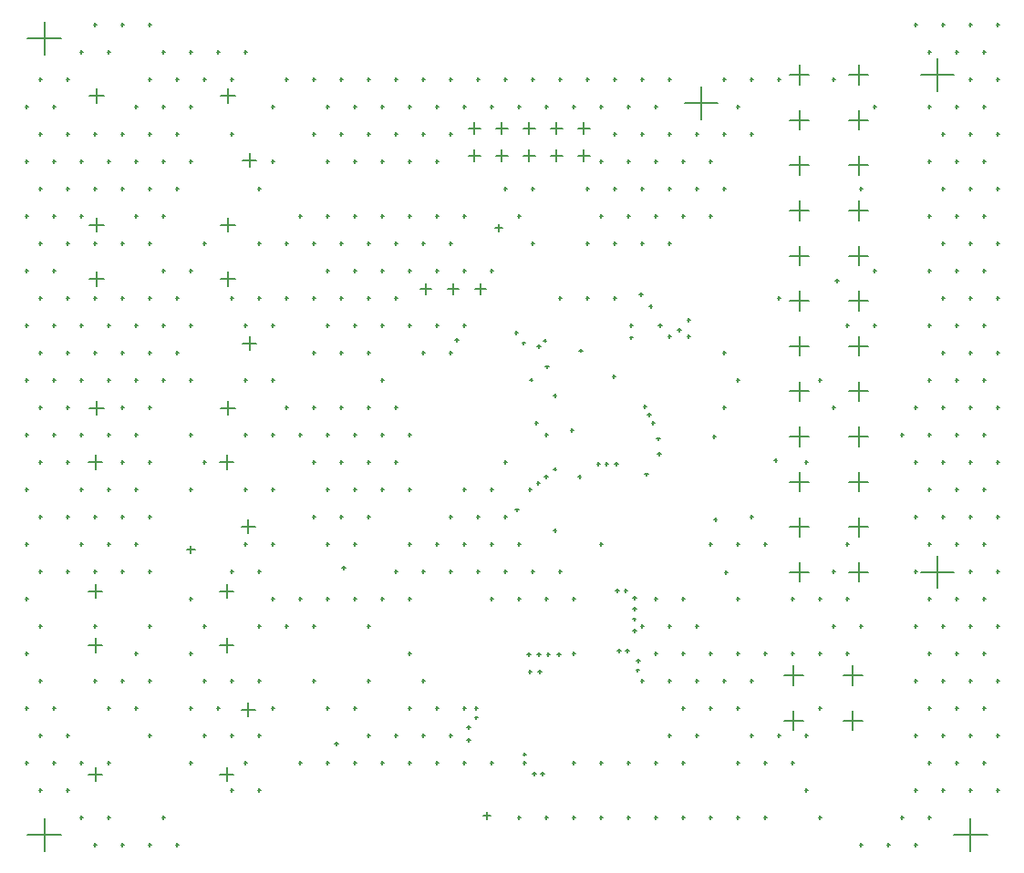
<source format=gbr>
%TF.GenerationSoftware,Altium Limited,Altium Designer,25.3.3 (18)*%
G04 Layer_Color=128*
%FSLAX45Y45*%
%MOMM*%
%TF.SameCoordinates,ACD2DE35-000D-4175-8758-006393140AE5*%
%TF.FilePolarity,Positive*%
%TF.FileFunction,Drillmap*%
%TF.Part,Single*%
G01*
G75*
%TA.AperFunction,NonConductor*%
%ADD88C,0.12700*%
D88*
X13753500Y9960000D02*
X13862500D01*
X13808000Y9905500D02*
Y10014500D01*
X13499500Y9960000D02*
X13608501D01*
X13553999Y9905500D02*
Y10014500D01*
X13245500Y9960000D02*
X13354500D01*
X13300000Y9905500D02*
Y10014500D01*
X12991499Y9960000D02*
X13100500D01*
X13046001Y9905500D02*
Y10014500D01*
X12737500Y9960000D02*
X12846500D01*
X12792000Y9905500D02*
Y10014500D01*
X13753500Y10214000D02*
X13862500D01*
X13808000Y10159500D02*
Y10268500D01*
X13499500Y10214000D02*
X13608501D01*
X13553999Y10159500D02*
Y10268500D01*
X13245500Y10214000D02*
X13354500D01*
X13300000Y10159500D02*
Y10268500D01*
X12991499Y10214000D02*
X13100500D01*
X13046001Y10159500D02*
Y10268500D01*
X12737500Y10214000D02*
X12846500D01*
X12792000Y10159500D02*
Y10268500D01*
X10628299Y6515100D02*
X10758298D01*
X10693298Y6450100D02*
Y6580100D01*
X10428299Y7115099D02*
X10558299D01*
X10493299Y7050099D02*
Y7180099D01*
X10428299Y5915101D02*
X10558299D01*
X10493299Y5850101D02*
Y5980101D01*
X9208301Y5915101D02*
X9338301D01*
X9273301Y5850101D02*
Y5980101D01*
X9208301Y7115099D02*
X9338301D01*
X9273301Y7050099D02*
Y7180099D01*
X16271503Y6091499D02*
X16451501D01*
X16361501Y6001499D02*
Y6181499D01*
X15721500Y6091499D02*
X15901500D01*
X15811501Y6001499D02*
Y6181499D01*
X15721500Y6511498D02*
X15901500D01*
X15811501Y6421498D02*
Y6601498D01*
X15721500Y6931503D02*
X15901500D01*
X15811501Y6841503D02*
Y7021502D01*
X15721500Y7351502D02*
X15901500D01*
X15811501Y7261502D02*
Y7441501D01*
X15721500Y7771501D02*
X15901500D01*
X15811501Y7681501D02*
Y7861501D01*
X15721500Y8191500D02*
X15901500D01*
X15811501Y8101500D02*
Y8281500D01*
X15721500Y8611499D02*
X15901500D01*
X15811501Y8521499D02*
Y8701499D01*
X15721500Y9031498D02*
X15901500D01*
X15811501Y8941499D02*
Y9121498D01*
X15721500Y9451503D02*
X15901500D01*
X15811501Y9361503D02*
Y9541502D01*
X15721500Y9871502D02*
X15901500D01*
X15811501Y9781502D02*
Y9961502D01*
X15721500Y10291501D02*
X15901500D01*
X15811501Y10201501D02*
Y10381501D01*
X15721500Y10711500D02*
X15901500D01*
X15811501Y10621500D02*
Y10801500D01*
X16271503Y6511498D02*
X16451501D01*
X16361501Y6421498D02*
Y6601498D01*
X16271503Y7351502D02*
X16451501D01*
X16361501Y7261502D02*
Y7441501D01*
X16271503Y9031498D02*
X16451501D01*
X16361501Y8941499D02*
Y9121498D01*
X16271503Y10711500D02*
X16451501D01*
X16361501Y10621500D02*
Y10801500D01*
X16941502Y10711500D02*
X17241502D01*
X17091502Y10561500D02*
Y10861500D01*
X16271503Y10291501D02*
X16451501D01*
X16361501Y10201501D02*
Y10381501D01*
X16941502Y6091499D02*
X17241502D01*
X17091502Y5941499D02*
Y6241499D01*
X16271503Y9871502D02*
X16451501D01*
X16361501Y9781502D02*
Y9961502D01*
X16271503Y9451503D02*
X16451501D01*
X16361501Y9361503D02*
Y9541502D01*
X16271503Y8611499D02*
X16451501D01*
X16361501Y8521499D02*
Y8701499D01*
X16271503Y8191500D02*
X16451501D01*
X16361501Y8101500D02*
Y8281500D01*
X16271503Y7771501D02*
X16451501D01*
X16361501Y7681501D02*
Y7861501D01*
X16271503Y6931503D02*
X16451501D01*
X16361501Y6841503D02*
Y7021502D01*
X10440999Y10518699D02*
X10570999D01*
X10505999Y10453699D02*
Y10583699D01*
X10440999Y9318701D02*
X10570999D01*
X10505999Y9253701D02*
Y9383701D01*
X9221001Y9318701D02*
X9351001D01*
X9286001Y9253701D02*
Y9383701D01*
X10640999Y9918700D02*
X10770998D01*
X10705998Y9853700D02*
Y9983700D01*
X9221001Y10518699D02*
X9351001D01*
X9286001Y10453699D02*
Y10583699D01*
X9208301Y5413299D02*
X9338301D01*
X9273301Y5348299D02*
Y5478299D01*
X9208301Y4213301D02*
X9338301D01*
X9273301Y4148301D02*
Y4278301D01*
X10428299Y4213301D02*
X10558299D01*
X10493299Y4148301D02*
Y4278301D01*
X10428299Y5413299D02*
X10558299D01*
X10493299Y5348299D02*
Y5478299D01*
X10628299Y4813300D02*
X10758298D01*
X10693298Y4748300D02*
Y4878300D01*
X9221001Y8816899D02*
X9351001D01*
X9286001Y8751899D02*
Y8881899D01*
X9221001Y7616901D02*
X9351001D01*
X9286001Y7551901D02*
Y7681901D01*
X10440999Y7616901D02*
X10570999D01*
X10505999Y7551901D02*
Y7681901D01*
X10440999Y8816899D02*
X10570999D01*
X10505999Y8751899D02*
Y8881899D01*
X10640999Y8216900D02*
X10770998D01*
X10705998Y8151900D02*
Y8281900D01*
X12293400Y8724900D02*
X12395400D01*
X12344400Y8673900D02*
Y8775900D01*
X12547400Y8724900D02*
X12649400D01*
X12598400Y8673900D02*
Y8775900D01*
X12801401Y8724900D02*
X12903400D01*
X12852400Y8673900D02*
Y8775900D01*
X16216800Y5131699D02*
X16396800D01*
X16306799Y5041699D02*
Y5221699D01*
X15666798Y5131699D02*
X15846799D01*
X15756799Y5041699D02*
Y5221699D01*
X16216800Y4711700D02*
X16396800D01*
X16306799Y4621700D02*
Y4801700D01*
X15666798Y4711700D02*
X15846799D01*
X15756799Y4621700D02*
Y4801700D01*
X12874440Y3830000D02*
X12945560D01*
X12910001Y3794440D02*
Y3865560D01*
X12724760Y4650000D02*
X12755240D01*
X12740000Y4634760D02*
Y4665240D01*
X12724760Y4530000D02*
X12755240D01*
X12740000Y4514760D02*
Y4545240D01*
X17637759Y11176000D02*
X17668240D01*
X17653000Y11160760D02*
Y11191240D01*
X17510760Y10922000D02*
X17541240D01*
X17525999Y10906760D02*
Y10937240D01*
X17637759Y10668000D02*
X17668240D01*
X17653000Y10652760D02*
Y10683240D01*
X17510760Y10414000D02*
X17541240D01*
X17525999Y10398760D02*
Y10429240D01*
X17637759Y10160000D02*
X17668240D01*
X17653000Y10144760D02*
Y10175240D01*
X17510760Y9906000D02*
X17541240D01*
X17525999Y9890760D02*
Y9921240D01*
X17637759Y9652000D02*
X17668240D01*
X17653000Y9636760D02*
Y9667240D01*
X17510760Y9398000D02*
X17541240D01*
X17525999Y9382760D02*
Y9413240D01*
X17637759Y9144000D02*
X17668240D01*
X17653000Y9128760D02*
Y9159240D01*
X17510760Y8890000D02*
X17541240D01*
X17525999Y8874760D02*
Y8905240D01*
X17637759Y8636000D02*
X17668240D01*
X17653000Y8620760D02*
Y8651240D01*
X17510760Y8382000D02*
X17541240D01*
X17525999Y8366760D02*
Y8397240D01*
X17637759Y8128000D02*
X17668240D01*
X17653000Y8112760D02*
Y8143240D01*
X17510760Y7874000D02*
X17541240D01*
X17525999Y7858760D02*
Y7889240D01*
X17637759Y7620000D02*
X17668240D01*
X17653000Y7604760D02*
Y7635240D01*
X17510760Y7366000D02*
X17541240D01*
X17525999Y7350760D02*
Y7381240D01*
X17637759Y7112000D02*
X17668240D01*
X17653000Y7096760D02*
Y7127240D01*
X17510760Y6858000D02*
X17541240D01*
X17525999Y6842760D02*
Y6873240D01*
X17637759Y6604000D02*
X17668240D01*
X17653000Y6588760D02*
Y6619240D01*
X17510760Y6350000D02*
X17541240D01*
X17525999Y6334760D02*
Y6365240D01*
X17637759Y6096000D02*
X17668240D01*
X17653000Y6080760D02*
Y6111240D01*
X17510760Y5842000D02*
X17541240D01*
X17525999Y5826760D02*
Y5857240D01*
X17637759Y5588000D02*
X17668240D01*
X17653000Y5572760D02*
Y5603240D01*
X17510760Y5334000D02*
X17541240D01*
X17525999Y5318760D02*
Y5349240D01*
X17637759Y5080000D02*
X17668240D01*
X17653000Y5064760D02*
Y5095240D01*
X17510760Y4826000D02*
X17541240D01*
X17525999Y4810760D02*
Y4841240D01*
X17637759Y4572000D02*
X17668240D01*
X17653000Y4556760D02*
Y4587240D01*
X17510760Y4318000D02*
X17541240D01*
X17525999Y4302760D02*
Y4333240D01*
X17637759Y4064000D02*
X17668240D01*
X17653000Y4048760D02*
Y4079240D01*
X17383760Y11176000D02*
X17414240D01*
X17399001Y11160760D02*
Y11191240D01*
X17256760Y10922000D02*
X17287241D01*
X17272000Y10906760D02*
Y10937240D01*
X17383760Y10668000D02*
X17414240D01*
X17399001Y10652760D02*
Y10683240D01*
X17256760Y10414000D02*
X17287241D01*
X17272000Y10398760D02*
Y10429240D01*
X17383760Y10160000D02*
X17414240D01*
X17399001Y10144760D02*
Y10175240D01*
X17256760Y9906000D02*
X17287241D01*
X17272000Y9890760D02*
Y9921240D01*
X17383760Y9652000D02*
X17414240D01*
X17399001Y9636760D02*
Y9667240D01*
X17256760Y9398000D02*
X17287241D01*
X17272000Y9382760D02*
Y9413240D01*
X17383760Y9144000D02*
X17414240D01*
X17399001Y9128760D02*
Y9159240D01*
X17256760Y8890000D02*
X17287241D01*
X17272000Y8874760D02*
Y8905240D01*
X17383760Y8636000D02*
X17414240D01*
X17399001Y8620760D02*
Y8651240D01*
X17256760Y8382000D02*
X17287241D01*
X17272000Y8366760D02*
Y8397240D01*
X17383760Y8128000D02*
X17414240D01*
X17399001Y8112760D02*
Y8143240D01*
X17256760Y7874000D02*
X17287241D01*
X17272000Y7858760D02*
Y7889240D01*
X17383760Y7620000D02*
X17414240D01*
X17399001Y7604760D02*
Y7635240D01*
X17256760Y7366000D02*
X17287241D01*
X17272000Y7350760D02*
Y7381240D01*
X17383760Y7112000D02*
X17414240D01*
X17399001Y7096760D02*
Y7127240D01*
X17256760Y6858000D02*
X17287241D01*
X17272000Y6842760D02*
Y6873240D01*
X17383760Y6604000D02*
X17414240D01*
X17399001Y6588760D02*
Y6619240D01*
X17256760Y6350000D02*
X17287241D01*
X17272000Y6334760D02*
Y6365240D01*
X17383760Y6096000D02*
X17414240D01*
X17399001Y6080760D02*
Y6111240D01*
X17256760Y5842000D02*
X17287241D01*
X17272000Y5826760D02*
Y5857240D01*
X17383760Y5588000D02*
X17414240D01*
X17399001Y5572760D02*
Y5603240D01*
X17256760Y5334000D02*
X17287241D01*
X17272000Y5318760D02*
Y5349240D01*
X17383760Y5080000D02*
X17414240D01*
X17399001Y5064760D02*
Y5095240D01*
X17256760Y4826000D02*
X17287241D01*
X17272000Y4810760D02*
Y4841240D01*
X17383760Y4572000D02*
X17414240D01*
X17399001Y4556760D02*
Y4587240D01*
X17256760Y4318000D02*
X17287241D01*
X17272000Y4302760D02*
Y4333240D01*
X17383760Y4064000D02*
X17414240D01*
X17399001Y4048760D02*
Y4079240D01*
X17129761Y11176000D02*
X17160240D01*
X17145000Y11160760D02*
Y11191240D01*
X17002760Y10922000D02*
X17033240D01*
X17017999Y10906760D02*
Y10937240D01*
X17002760Y10414000D02*
X17033240D01*
X17017999Y10398760D02*
Y10429240D01*
X17129761Y10160000D02*
X17160240D01*
X17145000Y10144760D02*
Y10175240D01*
X17002760Y9906000D02*
X17033240D01*
X17017999Y9890760D02*
Y9921240D01*
X17129761Y9652000D02*
X17160240D01*
X17145000Y9636760D02*
Y9667240D01*
X17002760Y9398000D02*
X17033240D01*
X17017999Y9382760D02*
Y9413240D01*
X17129761Y9144000D02*
X17160240D01*
X17145000Y9128760D02*
Y9159240D01*
X17002760Y8890000D02*
X17033240D01*
X17017999Y8874760D02*
Y8905240D01*
X17129761Y8636000D02*
X17160240D01*
X17145000Y8620760D02*
Y8651240D01*
X17002760Y8382000D02*
X17033240D01*
X17017999Y8366760D02*
Y8397240D01*
X17129761Y8128000D02*
X17160240D01*
X17145000Y8112760D02*
Y8143240D01*
X17002760Y7874000D02*
X17033240D01*
X17017999Y7858760D02*
Y7889240D01*
X17129761Y7620000D02*
X17160240D01*
X17145000Y7604760D02*
Y7635240D01*
X17002760Y7366000D02*
X17033240D01*
X17017999Y7350760D02*
Y7381240D01*
X17129761Y7112000D02*
X17160240D01*
X17145000Y7096760D02*
Y7127240D01*
X17002760Y6858000D02*
X17033240D01*
X17017999Y6842760D02*
Y6873240D01*
X17129761Y6604000D02*
X17160240D01*
X17145000Y6588760D02*
Y6619240D01*
X17002760Y6350000D02*
X17033240D01*
X17017999Y6334760D02*
Y6365240D01*
X17002760Y5842000D02*
X17033240D01*
X17017999Y5826760D02*
Y5857240D01*
X17129761Y5588000D02*
X17160240D01*
X17145000Y5572760D02*
Y5603240D01*
X17002760Y5334000D02*
X17033240D01*
X17017999Y5318760D02*
Y5349240D01*
X17129761Y5080000D02*
X17160240D01*
X17145000Y5064760D02*
Y5095240D01*
X17002760Y4826000D02*
X17033240D01*
X17017999Y4810760D02*
Y4841240D01*
X17129761Y4572000D02*
X17160240D01*
X17145000Y4556760D02*
Y4587240D01*
X17002760Y4318000D02*
X17033240D01*
X17017999Y4302760D02*
Y4333240D01*
X17129761Y4064000D02*
X17160240D01*
X17145000Y4048760D02*
Y4079240D01*
X17002760Y3810000D02*
X17033240D01*
X17017999Y3794760D02*
Y3825240D01*
X16875760Y11176000D02*
X16906239D01*
X16891000Y11160760D02*
Y11191240D01*
X16875760Y7620000D02*
X16906239D01*
X16891000Y7604760D02*
Y7635240D01*
X16748759Y7366000D02*
X16779240D01*
X16764000Y7350760D02*
Y7381240D01*
X16875760Y7112000D02*
X16906239D01*
X16891000Y7096760D02*
Y7127240D01*
X16875760Y6604000D02*
X16906239D01*
X16891000Y6588760D02*
Y6619240D01*
X16875760Y6096000D02*
X16906239D01*
X16891000Y6080760D02*
Y6111240D01*
X16875760Y5588000D02*
X16906239D01*
X16891000Y5572760D02*
Y5603240D01*
X16875760Y5080000D02*
X16906239D01*
X16891000Y5064760D02*
Y5095240D01*
X16875760Y4572000D02*
X16906239D01*
X16891000Y4556760D02*
Y4587240D01*
X16875760Y4064000D02*
X16906239D01*
X16891000Y4048760D02*
Y4079240D01*
X16748759Y3810000D02*
X16779240D01*
X16764000Y3794760D02*
Y3825240D01*
X16875760Y3556000D02*
X16906239D01*
X16891000Y3540760D02*
Y3571240D01*
X16494760Y10414000D02*
X16525240D01*
X16510001Y10398760D02*
Y10429240D01*
X16494760Y8890000D02*
X16525240D01*
X16510001Y8874760D02*
Y8905240D01*
X16494760Y8382000D02*
X16525240D01*
X16510001Y8366760D02*
Y8397240D01*
X16621761Y3556000D02*
X16652240D01*
X16637000Y3540760D02*
Y3571240D01*
X16367760Y9652000D02*
X16398241D01*
X16383000Y9636760D02*
Y9667240D01*
X16240759Y8382000D02*
X16271240D01*
X16256000Y8366760D02*
Y8397240D01*
X16240759Y6350000D02*
X16271240D01*
X16256000Y6334760D02*
Y6365240D01*
X16240759Y5842000D02*
X16271240D01*
X16256000Y5826760D02*
Y5857240D01*
X16367760Y5588000D02*
X16398241D01*
X16383000Y5572760D02*
Y5603240D01*
X16240759Y5334000D02*
X16271240D01*
X16256000Y5318760D02*
Y5349240D01*
X16367760Y3556000D02*
X16398241D01*
X16383000Y3540760D02*
Y3571240D01*
X16113760Y10668000D02*
X16144240D01*
X16128999Y10652760D02*
Y10683240D01*
X15986760Y7874000D02*
X16017239D01*
X16002000Y7858760D02*
Y7889240D01*
X16113760Y7620000D02*
X16144240D01*
X16128999Y7604760D02*
Y7635240D01*
X16113760Y6096000D02*
X16144240D01*
X16128999Y6080760D02*
Y6111240D01*
X15986760Y5842000D02*
X16017239D01*
X16002000Y5826760D02*
Y5857240D01*
X16113760Y5588000D02*
X16144240D01*
X16128999Y5572760D02*
Y5603240D01*
X15986760Y5334000D02*
X16017239D01*
X16002000Y5318760D02*
Y5349240D01*
X15986760Y4826000D02*
X16017239D01*
X16002000Y4810760D02*
Y4841240D01*
X15986760Y3810000D02*
X16017239D01*
X16002000Y3794760D02*
Y3825240D01*
X15859760Y7112000D02*
X15890240D01*
X15875000Y7096760D02*
Y7127240D01*
X15732761Y5842000D02*
X15763240D01*
X15748000Y5826760D02*
Y5857240D01*
X15732761Y5334000D02*
X15763240D01*
X15748000Y5318760D02*
Y5349240D01*
X15859760Y4572000D02*
X15890240D01*
X15875000Y4556760D02*
Y4587240D01*
X15732761Y4318000D02*
X15763240D01*
X15748000Y4302760D02*
Y4333240D01*
X15859760Y4064000D02*
X15890240D01*
X15875000Y4048760D02*
Y4079240D01*
X15605760Y10668000D02*
X15636240D01*
X15621001Y10652760D02*
Y10683240D01*
X15605760Y8636000D02*
X15636240D01*
X15621001Y8620760D02*
Y8651240D01*
X15478760Y6350000D02*
X15509241D01*
X15494000Y6334760D02*
Y6365240D01*
X15478760Y5334000D02*
X15509241D01*
X15494000Y5318760D02*
Y5349240D01*
X15605760Y4572000D02*
X15636240D01*
X15621001Y4556760D02*
Y4587240D01*
X15478760Y4318000D02*
X15509241D01*
X15494000Y4302760D02*
Y4333240D01*
X15478760Y3810000D02*
X15509241D01*
X15494000Y3794760D02*
Y3825240D01*
X15351759Y10668000D02*
X15382240D01*
X15367000Y10652760D02*
Y10683240D01*
X15224760Y10414000D02*
X15255240D01*
X15239999Y10398760D02*
Y10429240D01*
X15351759Y10160000D02*
X15382240D01*
X15367000Y10144760D02*
Y10175240D01*
X15224760Y7874000D02*
X15255240D01*
X15239999Y7858760D02*
Y7889240D01*
X15351759Y6604000D02*
X15382240D01*
X15367000Y6588760D02*
Y6619240D01*
X15224760Y6350000D02*
X15255240D01*
X15239999Y6334760D02*
Y6365240D01*
X15224760Y5842000D02*
X15255240D01*
X15239999Y5826760D02*
Y5857240D01*
X15224760Y5334000D02*
X15255240D01*
X15239999Y5318760D02*
Y5349240D01*
X15351759Y5080000D02*
X15382240D01*
X15367000Y5064760D02*
Y5095240D01*
X15224760Y4826000D02*
X15255240D01*
X15239999Y4810760D02*
Y4841240D01*
X15351759Y4572000D02*
X15382240D01*
X15367000Y4556760D02*
Y4587240D01*
X15224760Y4318000D02*
X15255240D01*
X15239999Y4302760D02*
Y4333240D01*
X15224760Y3810000D02*
X15255240D01*
X15239999Y3794760D02*
Y3825240D01*
X15097760Y10668000D02*
X15128239D01*
X15113000Y10652760D02*
Y10683240D01*
X15097760Y10160000D02*
X15128239D01*
X15113000Y10144760D02*
Y10175240D01*
X14970760Y9906000D02*
X15001241D01*
X14986000Y9890760D02*
Y9921240D01*
X15097760Y9652000D02*
X15128239D01*
X15113000Y9636760D02*
Y9667240D01*
X14970760Y9398000D02*
X15001241D01*
X14986000Y9382760D02*
Y9413240D01*
X15097760Y8128000D02*
X15128239D01*
X15113000Y8112760D02*
Y8143240D01*
X15097760Y7620000D02*
X15128239D01*
X15113000Y7604760D02*
Y7635240D01*
X14970760Y6350000D02*
X15001241D01*
X14986000Y6334760D02*
Y6365240D01*
X14970760Y5334000D02*
X15001241D01*
X14986000Y5318760D02*
Y5349240D01*
X15097760Y5080000D02*
X15128239D01*
X15113000Y5064760D02*
Y5095240D01*
X14970760Y4826000D02*
X15001241D01*
X14986000Y4810760D02*
Y4841240D01*
X14970760Y3810000D02*
X15001241D01*
X14986000Y3794760D02*
Y3825240D01*
X14843761Y10160000D02*
X14874240D01*
X14859000Y10144760D02*
Y10175240D01*
X14716760Y9906000D02*
X14747240D01*
X14732001Y9890760D02*
Y9921240D01*
X14843761Y9652000D02*
X14874240D01*
X14859000Y9636760D02*
Y9667240D01*
X14716760Y9398000D02*
X14747240D01*
X14732001Y9382760D02*
Y9413240D01*
X14716760Y5842000D02*
X14747240D01*
X14732001Y5826760D02*
Y5857240D01*
X14843761Y5588000D02*
X14874240D01*
X14859000Y5572760D02*
Y5603240D01*
X14716760Y5334000D02*
X14747240D01*
X14732001Y5318760D02*
Y5349240D01*
X14843761Y5080000D02*
X14874240D01*
X14859000Y5064760D02*
Y5095240D01*
X14716760Y4826000D02*
X14747240D01*
X14732001Y4810760D02*
Y4841240D01*
X14843761Y4572000D02*
X14874240D01*
X14859000Y4556760D02*
Y4587240D01*
X14716760Y4318000D02*
X14747240D01*
X14732001Y4302760D02*
Y4333240D01*
X14716760Y3810000D02*
X14747240D01*
X14732001Y3794760D02*
Y3825240D01*
X14589760Y10668000D02*
X14620239D01*
X14605000Y10652760D02*
Y10683240D01*
X14462759Y10414000D02*
X14493240D01*
X14478000Y10398760D02*
Y10429240D01*
X14589760Y10160000D02*
X14620239D01*
X14605000Y10144760D02*
Y10175240D01*
X14462759Y9906000D02*
X14493240D01*
X14478000Y9890760D02*
Y9921240D01*
X14589760Y9652000D02*
X14620239D01*
X14605000Y9636760D02*
Y9667240D01*
X14462759Y9398000D02*
X14493240D01*
X14478000Y9382760D02*
Y9413240D01*
X14589760Y9144000D02*
X14620239D01*
X14605000Y9128760D02*
Y9159240D01*
X14462759Y5842000D02*
X14493240D01*
X14478000Y5826760D02*
Y5857240D01*
X14589760Y5588000D02*
X14620239D01*
X14605000Y5572760D02*
Y5603240D01*
X14462759Y5334000D02*
X14493240D01*
X14478000Y5318760D02*
Y5349240D01*
X14589760Y5080000D02*
X14620239D01*
X14605000Y5064760D02*
Y5095240D01*
X14589760Y4572000D02*
X14620239D01*
X14605000Y4556760D02*
Y4587240D01*
X14462759Y4318000D02*
X14493240D01*
X14478000Y4302760D02*
Y4333240D01*
X14462759Y3810000D02*
X14493240D01*
X14478000Y3794760D02*
Y3825240D01*
X14335760Y10668000D02*
X14366240D01*
X14350999Y10652760D02*
Y10683240D01*
X14208760Y10414000D02*
X14239240D01*
X14224001Y10398760D02*
Y10429240D01*
X14335760Y10160000D02*
X14366240D01*
X14350999Y10144760D02*
Y10175240D01*
X14208760Y9906000D02*
X14239240D01*
X14224001Y9890760D02*
Y9921240D01*
X14335760Y9652000D02*
X14366240D01*
X14350999Y9636760D02*
Y9667240D01*
X14208760Y9398000D02*
X14239240D01*
X14224001Y9382760D02*
Y9413240D01*
X14335760Y9144000D02*
X14366240D01*
X14350999Y9128760D02*
Y9159240D01*
X14335760Y5588000D02*
X14366240D01*
X14350999Y5572760D02*
Y5603240D01*
X14335760Y5080000D02*
X14366240D01*
X14350999Y5064760D02*
Y5095240D01*
X14208760Y4318000D02*
X14239240D01*
X14224001Y4302760D02*
Y4333240D01*
X14208760Y3810000D02*
X14239240D01*
X14224001Y3794760D02*
Y3825240D01*
X14081760Y10668000D02*
X14112241D01*
X14097000Y10652760D02*
Y10683240D01*
X13954761Y10414000D02*
X13985240D01*
X13970000Y10398760D02*
Y10429240D01*
X14081760Y10160000D02*
X14112241D01*
X14097000Y10144760D02*
Y10175240D01*
X13954761Y9906000D02*
X13985240D01*
X13970000Y9890760D02*
Y9921240D01*
X14081760Y9652000D02*
X14112241D01*
X14097000Y9636760D02*
Y9667240D01*
X13954761Y9398000D02*
X13985240D01*
X13970000Y9382760D02*
Y9413240D01*
X14081760Y9144000D02*
X14112241D01*
X14097000Y9128760D02*
Y9159240D01*
X14081760Y8636000D02*
X14112241D01*
X14097000Y8620760D02*
Y8651240D01*
X13954761Y6350000D02*
X13985240D01*
X13970000Y6334760D02*
Y6365240D01*
X13954761Y4318000D02*
X13985240D01*
X13970000Y4302760D02*
Y4333240D01*
X13954761Y3810000D02*
X13985240D01*
X13970000Y3794760D02*
Y3825240D01*
X13827760Y10668000D02*
X13858240D01*
X13842999Y10652760D02*
Y10683240D01*
X13700760Y10414000D02*
X13731239D01*
X13716000Y10398760D02*
Y10429240D01*
X13827760Y9652000D02*
X13858240D01*
X13842999Y9636760D02*
Y9667240D01*
X13827760Y9144000D02*
X13858240D01*
X13842999Y9128760D02*
Y9159240D01*
X13827760Y8636000D02*
X13858240D01*
X13842999Y8620760D02*
Y8651240D01*
X13700760Y5842000D02*
X13731239D01*
X13716000Y5826760D02*
Y5857240D01*
X13700760Y5334000D02*
X13731239D01*
X13716000Y5318760D02*
Y5349240D01*
X13700760Y4318000D02*
X13731239D01*
X13716000Y4302760D02*
Y4333240D01*
X13700760Y3810000D02*
X13731239D01*
X13716000Y3794760D02*
Y3825240D01*
X13573759Y10668000D02*
X13604240D01*
X13589000Y10652760D02*
Y10683240D01*
X13446761Y10414000D02*
X13477240D01*
X13462000Y10398760D02*
Y10429240D01*
X13573759Y8636000D02*
X13604240D01*
X13589000Y8620760D02*
Y8651240D01*
X13446761Y7366000D02*
X13477240D01*
X13462000Y7350760D02*
Y7381240D01*
X13573759Y6096000D02*
X13604240D01*
X13589000Y6080760D02*
Y6111240D01*
X13446761Y5842000D02*
X13477240D01*
X13462000Y5826760D02*
Y5857240D01*
X13446761Y3810000D02*
X13477240D01*
X13462000Y3794760D02*
Y3825240D01*
X13319760Y10668000D02*
X13350240D01*
X13335001Y10652760D02*
Y10683240D01*
X13192760Y10414000D02*
X13223241D01*
X13208000Y10398760D02*
Y10429240D01*
X13319760Y9652000D02*
X13350240D01*
X13335001Y9636760D02*
Y9667240D01*
X13192760Y9398000D02*
X13223241D01*
X13208000Y9382760D02*
Y9413240D01*
X13319760Y9144000D02*
X13350240D01*
X13335001Y9128760D02*
Y9159240D01*
X13192760Y6350000D02*
X13223241D01*
X13208000Y6334760D02*
Y6365240D01*
X13319760Y6096000D02*
X13350240D01*
X13335001Y6080760D02*
Y6111240D01*
X13192760Y5842000D02*
X13223241D01*
X13208000Y5826760D02*
Y5857240D01*
X13192760Y3810000D02*
X13223241D01*
X13208000Y3794760D02*
Y3825240D01*
X13065759Y10668000D02*
X13096240D01*
X13081000Y10652760D02*
Y10683240D01*
X12938760Y10414000D02*
X12969240D01*
X12953999Y10398760D02*
Y10429240D01*
X13065759Y9652000D02*
X13096240D01*
X13081000Y9636760D02*
Y9667240D01*
X12938760Y8890000D02*
X12969240D01*
X12953999Y8874760D02*
Y8905240D01*
X13065759Y7112000D02*
X13096240D01*
X13081000Y7096760D02*
Y7127240D01*
X12938760Y6858000D02*
X12969240D01*
X12953999Y6842760D02*
Y6873240D01*
X13065759Y6604000D02*
X13096240D01*
X13081000Y6588760D02*
Y6619240D01*
X12938760Y6350000D02*
X12969240D01*
X12953999Y6334760D02*
Y6365240D01*
X13065759Y6096000D02*
X13096240D01*
X13081000Y6080760D02*
Y6111240D01*
X12938760Y5842000D02*
X12969240D01*
X12953999Y5826760D02*
Y5857240D01*
X12938760Y4318000D02*
X12969240D01*
X12953999Y4302760D02*
Y4333240D01*
X12811760Y10668000D02*
X12842239D01*
X12827000Y10652760D02*
Y10683240D01*
X12684760Y10414000D02*
X12715240D01*
X12700000Y10398760D02*
Y10429240D01*
X12684760Y9398000D02*
X12715240D01*
X12700000Y9382760D02*
Y9413240D01*
X12684760Y8890000D02*
X12715240D01*
X12700000Y8874760D02*
Y8905240D01*
X12684760Y8382000D02*
X12715240D01*
X12700000Y8366760D02*
Y8397240D01*
X12684760Y6858000D02*
X12715240D01*
X12700000Y6842760D02*
Y6873240D01*
X12811760Y6604000D02*
X12842239D01*
X12827000Y6588760D02*
Y6619240D01*
X12684760Y6350000D02*
X12715240D01*
X12700000Y6334760D02*
Y6365240D01*
X12811760Y6096000D02*
X12842239D01*
X12827000Y6080760D02*
Y6111240D01*
X12684760Y4826000D02*
X12715240D01*
X12700000Y4810760D02*
Y4841240D01*
X12684760Y4318000D02*
X12715240D01*
X12700000Y4302760D02*
Y4333240D01*
X12557760Y10668000D02*
X12588240D01*
X12573000Y10652760D02*
Y10683240D01*
X12430760Y10414000D02*
X12461240D01*
X12446000Y10398760D02*
Y10429240D01*
X12557760Y10160000D02*
X12588240D01*
X12573000Y10144760D02*
Y10175240D01*
X12430760Y9906000D02*
X12461240D01*
X12446000Y9890760D02*
Y9921240D01*
X12430760Y9398000D02*
X12461240D01*
X12446000Y9382760D02*
Y9413240D01*
X12557760Y9144000D02*
X12588240D01*
X12573000Y9128760D02*
Y9159240D01*
X12430760Y8890000D02*
X12461240D01*
X12446000Y8874760D02*
Y8905240D01*
X12430760Y8382000D02*
X12461240D01*
X12446000Y8366760D02*
Y8397240D01*
X12557760Y8128000D02*
X12588240D01*
X12573000Y8112760D02*
Y8143240D01*
X12557760Y6604000D02*
X12588240D01*
X12573000Y6588760D02*
Y6619240D01*
X12430760Y6350000D02*
X12461240D01*
X12446000Y6334760D02*
Y6365240D01*
X12557760Y6096000D02*
X12588240D01*
X12573000Y6080760D02*
Y6111240D01*
X12430760Y4826000D02*
X12461240D01*
X12446000Y4810760D02*
Y4841240D01*
X12557760Y4572000D02*
X12588240D01*
X12573000Y4556760D02*
Y4587240D01*
X12430760Y4318000D02*
X12461240D01*
X12446000Y4302760D02*
Y4333240D01*
X12303760Y10668000D02*
X12334240D01*
X12319000Y10652760D02*
Y10683240D01*
X12176760Y10414000D02*
X12207240D01*
X12192000Y10398760D02*
Y10429240D01*
X12303760Y10160000D02*
X12334240D01*
X12319000Y10144760D02*
Y10175240D01*
X12176760Y9906000D02*
X12207240D01*
X12192000Y9890760D02*
Y9921240D01*
X12176760Y9398000D02*
X12207240D01*
X12192000Y9382760D02*
Y9413240D01*
X12303760Y9144000D02*
X12334240D01*
X12319000Y9128760D02*
Y9159240D01*
X12176760Y8890000D02*
X12207240D01*
X12192000Y8874760D02*
Y8905240D01*
X12176760Y8382000D02*
X12207240D01*
X12192000Y8366760D02*
Y8397240D01*
X12303760Y8128000D02*
X12334240D01*
X12319000Y8112760D02*
Y8143240D01*
X12176760Y7366000D02*
X12207240D01*
X12192000Y7350760D02*
Y7381240D01*
X12176760Y6858000D02*
X12207240D01*
X12192000Y6842760D02*
Y6873240D01*
X12176760Y6350000D02*
X12207240D01*
X12192000Y6334760D02*
Y6365240D01*
X12303760Y6096000D02*
X12334240D01*
X12319000Y6080760D02*
Y6111240D01*
X12176760Y5842000D02*
X12207240D01*
X12192000Y5826760D02*
Y5857240D01*
X12176760Y5334000D02*
X12207240D01*
X12192000Y5318760D02*
Y5349240D01*
X12303760Y5080000D02*
X12334240D01*
X12319000Y5064760D02*
Y5095240D01*
X12176760Y4826000D02*
X12207240D01*
X12192000Y4810760D02*
Y4841240D01*
X12303760Y4572000D02*
X12334240D01*
X12319000Y4556760D02*
Y4587240D01*
X12176760Y4318000D02*
X12207240D01*
X12192000Y4302760D02*
Y4333240D01*
X12049760Y10668000D02*
X12080240D01*
X12065000Y10652760D02*
Y10683240D01*
X11922760Y10414000D02*
X11953240D01*
X11938000Y10398760D02*
Y10429240D01*
X12049760Y10160000D02*
X12080240D01*
X12065000Y10144760D02*
Y10175240D01*
X11922760Y9906000D02*
X11953240D01*
X11938000Y9890760D02*
Y9921240D01*
X11922760Y9398000D02*
X11953240D01*
X11938000Y9382760D02*
Y9413240D01*
X12049760Y9144000D02*
X12080240D01*
X12065000Y9128760D02*
Y9159240D01*
X11922760Y8890000D02*
X11953240D01*
X11938000Y8874760D02*
Y8905240D01*
X12049760Y8636000D02*
X12080240D01*
X12065000Y8620760D02*
Y8651240D01*
X11922760Y8382000D02*
X11953240D01*
X11938000Y8366760D02*
Y8397240D01*
X11922760Y7874000D02*
X11953240D01*
X11938000Y7858760D02*
Y7889240D01*
X12049760Y7620000D02*
X12080240D01*
X12065000Y7604760D02*
Y7635240D01*
X11922760Y7366000D02*
X11953240D01*
X11938000Y7350760D02*
Y7381240D01*
X12049760Y7112000D02*
X12080240D01*
X12065000Y7096760D02*
Y7127240D01*
X11922760Y6858000D02*
X11953240D01*
X11938000Y6842760D02*
Y6873240D01*
X12049760Y6096000D02*
X12080240D01*
X12065000Y6080760D02*
Y6111240D01*
X11922760Y5842000D02*
X11953240D01*
X11938000Y5826760D02*
Y5857240D01*
X12049760Y4572000D02*
X12080240D01*
X12065000Y4556760D02*
Y4587240D01*
X11922760Y4318000D02*
X11953240D01*
X11938000Y4302760D02*
Y4333240D01*
X11795760Y10668000D02*
X11826240D01*
X11811000Y10652760D02*
Y10683240D01*
X11668760Y10414000D02*
X11699240D01*
X11684000Y10398760D02*
Y10429240D01*
X11795760Y10160000D02*
X11826240D01*
X11811000Y10144760D02*
Y10175240D01*
X11668760Y9906000D02*
X11699240D01*
X11684000Y9890760D02*
Y9921240D01*
X11668760Y9398000D02*
X11699240D01*
X11684000Y9382760D02*
Y9413240D01*
X11795760Y9144000D02*
X11826240D01*
X11811000Y9128760D02*
Y9159240D01*
X11668760Y8890000D02*
X11699240D01*
X11684000Y8874760D02*
Y8905240D01*
X11795760Y8636000D02*
X11826240D01*
X11811000Y8620760D02*
Y8651240D01*
X11668760Y8382000D02*
X11699240D01*
X11684000Y8366760D02*
Y8397240D01*
X11795760Y8128000D02*
X11826240D01*
X11811000Y8112760D02*
Y8143240D01*
X11795760Y7620000D02*
X11826240D01*
X11811000Y7604760D02*
Y7635240D01*
X11668760Y7366000D02*
X11699240D01*
X11684000Y7350760D02*
Y7381240D01*
X11795760Y7112000D02*
X11826240D01*
X11811000Y7096760D02*
Y7127240D01*
X11668760Y6858000D02*
X11699240D01*
X11684000Y6842760D02*
Y6873240D01*
X11795760Y6604000D02*
X11826240D01*
X11811000Y6588760D02*
Y6619240D01*
X11668760Y6350000D02*
X11699240D01*
X11684000Y6334760D02*
Y6365240D01*
X11668760Y5842000D02*
X11699240D01*
X11684000Y5826760D02*
Y5857240D01*
X11795760Y5588000D02*
X11826240D01*
X11811000Y5572760D02*
Y5603240D01*
X11795760Y5080000D02*
X11826240D01*
X11811000Y5064760D02*
Y5095240D01*
X11668760Y4826000D02*
X11699240D01*
X11684000Y4810760D02*
Y4841240D01*
X11795760Y4572000D02*
X11826240D01*
X11811000Y4556760D02*
Y4587240D01*
X11668760Y4318000D02*
X11699240D01*
X11684000Y4302760D02*
Y4333240D01*
X11541760Y10668000D02*
X11572240D01*
X11557000Y10652760D02*
Y10683240D01*
X11414760Y10414000D02*
X11445240D01*
X11430000Y10398760D02*
Y10429240D01*
X11541760Y10160000D02*
X11572240D01*
X11557000Y10144760D02*
Y10175240D01*
X11414760Y9906000D02*
X11445240D01*
X11430000Y9890760D02*
Y9921240D01*
X11414760Y9398000D02*
X11445240D01*
X11430000Y9382760D02*
Y9413240D01*
X11541760Y9144000D02*
X11572240D01*
X11557000Y9128760D02*
Y9159240D01*
X11414760Y8890000D02*
X11445240D01*
X11430000Y8874760D02*
Y8905240D01*
X11541760Y8636000D02*
X11572240D01*
X11557000Y8620760D02*
Y8651240D01*
X11414760Y8382000D02*
X11445240D01*
X11430000Y8366760D02*
Y8397240D01*
X11541760Y8128000D02*
X11572240D01*
X11557000Y8112760D02*
Y8143240D01*
X11541760Y7620000D02*
X11572240D01*
X11557000Y7604760D02*
Y7635240D01*
X11414760Y7366000D02*
X11445240D01*
X11430000Y7350760D02*
Y7381240D01*
X11541760Y7112000D02*
X11572240D01*
X11557000Y7096760D02*
Y7127240D01*
X11414760Y6858000D02*
X11445240D01*
X11430000Y6842760D02*
Y6873240D01*
X11541760Y6604000D02*
X11572240D01*
X11557000Y6588760D02*
Y6619240D01*
X11414760Y6350000D02*
X11445240D01*
X11430000Y6334760D02*
Y6365240D01*
X11414760Y5842000D02*
X11445240D01*
X11430000Y5826760D02*
Y5857240D01*
X11414760Y4826000D02*
X11445240D01*
X11430000Y4810760D02*
Y4841240D01*
X11414760Y4318000D02*
X11445240D01*
X11430000Y4302760D02*
Y4333240D01*
X11287760Y10668000D02*
X11318240D01*
X11303000Y10652760D02*
Y10683240D01*
X11287760Y10160000D02*
X11318240D01*
X11303000Y10144760D02*
Y10175240D01*
X11160760Y9398000D02*
X11191240D01*
X11176000Y9382760D02*
Y9413240D01*
X11287760Y9144000D02*
X11318240D01*
X11303000Y9128760D02*
Y9159240D01*
X11287760Y8636000D02*
X11318240D01*
X11303000Y8620760D02*
Y8651240D01*
X11287760Y8128000D02*
X11318240D01*
X11303000Y8112760D02*
Y8143240D01*
X11287760Y7620000D02*
X11318240D01*
X11303000Y7604760D02*
Y7635240D01*
X11160760Y7366000D02*
X11191240D01*
X11176000Y7350760D02*
Y7381240D01*
X11287760Y7112000D02*
X11318240D01*
X11303000Y7096760D02*
Y7127240D01*
X11287760Y6604000D02*
X11318240D01*
X11303000Y6588760D02*
Y6619240D01*
X11160760Y5842000D02*
X11191240D01*
X11176000Y5826760D02*
Y5857240D01*
X11287760Y5588000D02*
X11318240D01*
X11303000Y5572760D02*
Y5603240D01*
X11287760Y5080000D02*
X11318240D01*
X11303000Y5064760D02*
Y5095240D01*
X11160760Y4318000D02*
X11191240D01*
X11176000Y4302760D02*
Y4333240D01*
X11033760Y10668000D02*
X11064240D01*
X11049000Y10652760D02*
Y10683240D01*
X10906760Y10414000D02*
X10937240D01*
X10922000Y10398760D02*
Y10429240D01*
X10906760Y9906000D02*
X10937240D01*
X10922000Y9890760D02*
Y9921240D01*
X11033760Y9144000D02*
X11064240D01*
X11049000Y9128760D02*
Y9159240D01*
X11033760Y8636000D02*
X11064240D01*
X11049000Y8620760D02*
Y8651240D01*
X10906760Y8382000D02*
X10937240D01*
X10922000Y8366760D02*
Y8397240D01*
X10906760Y7874000D02*
X10937240D01*
X10922000Y7858760D02*
Y7889240D01*
X11033760Y7620000D02*
X11064240D01*
X11049000Y7604760D02*
Y7635240D01*
X10906760Y7366000D02*
X10937240D01*
X10922000Y7350760D02*
Y7381240D01*
X10906760Y6858000D02*
X10937240D01*
X10922000Y6842760D02*
Y6873240D01*
X10906760Y6350000D02*
X10937240D01*
X10922000Y6334760D02*
Y6365240D01*
X10906760Y5842000D02*
X10937240D01*
X10922000Y5826760D02*
Y5857240D01*
X11033760Y5588000D02*
X11064240D01*
X11049000Y5572760D02*
Y5603240D01*
X10906760Y4826000D02*
X10937240D01*
X10922000Y4810760D02*
Y4841240D01*
X10652760Y10922000D02*
X10683240D01*
X10668000Y10906760D02*
Y10937240D01*
X10779760Y9652000D02*
X10810240D01*
X10795000Y9636760D02*
Y9667240D01*
X10779760Y9144000D02*
X10810240D01*
X10795000Y9128760D02*
Y9159240D01*
X10779760Y8636000D02*
X10810240D01*
X10795000Y8620760D02*
Y8651240D01*
X10652760Y8382000D02*
X10683240D01*
X10668000Y8366760D02*
Y8397240D01*
X10652760Y7874000D02*
X10683240D01*
X10668000Y7858760D02*
Y7889240D01*
X10652760Y7366000D02*
X10683240D01*
X10668000Y7350760D02*
Y7381240D01*
X10652760Y6858000D02*
X10683240D01*
X10668000Y6842760D02*
Y6873240D01*
X10652760Y6350000D02*
X10683240D01*
X10668000Y6334760D02*
Y6365240D01*
X10779760Y6096000D02*
X10810240D01*
X10795000Y6080760D02*
Y6111240D01*
X10779760Y5588000D02*
X10810240D01*
X10795000Y5572760D02*
Y5603240D01*
X10779760Y5080000D02*
X10810240D01*
X10795000Y5064760D02*
Y5095240D01*
X10779760Y4572000D02*
X10810240D01*
X10795000Y4556760D02*
Y4587240D01*
X10652760Y4318000D02*
X10683240D01*
X10668000Y4302760D02*
Y4333240D01*
X10779760Y4064000D02*
X10810240D01*
X10795000Y4048760D02*
Y4079240D01*
X10398760Y10922000D02*
X10429240D01*
X10414000Y10906760D02*
Y10937240D01*
X10525760Y10668000D02*
X10556240D01*
X10541000Y10652760D02*
Y10683240D01*
X10525760Y10160000D02*
X10556240D01*
X10541000Y10144760D02*
Y10175240D01*
X10525760Y8636000D02*
X10556240D01*
X10541000Y8620760D02*
Y8651240D01*
X10525760Y6096000D02*
X10556240D01*
X10541000Y6080760D02*
Y6111240D01*
X10525760Y5080000D02*
X10556240D01*
X10541000Y5064760D02*
Y5095240D01*
X10398760Y4826000D02*
X10429240D01*
X10414000Y4810760D02*
Y4841240D01*
X10525760Y4572000D02*
X10556240D01*
X10541000Y4556760D02*
Y4587240D01*
X10525760Y4064000D02*
X10556240D01*
X10541000Y4048760D02*
Y4079240D01*
X10144760Y10922000D02*
X10175240D01*
X10160000Y10906760D02*
Y10937240D01*
X10271760Y10668000D02*
X10302240D01*
X10287000Y10652760D02*
Y10683240D01*
X10144760Y10414000D02*
X10175240D01*
X10160000Y10398760D02*
Y10429240D01*
X10144760Y9906000D02*
X10175240D01*
X10160000Y9890760D02*
Y9921240D01*
X10271760Y9144000D02*
X10302240D01*
X10287000Y9128760D02*
Y9159240D01*
X10144760Y8890000D02*
X10175240D01*
X10160000Y8874760D02*
Y8905240D01*
X10144760Y8382000D02*
X10175240D01*
X10160000Y8366760D02*
Y8397240D01*
X10144760Y7874000D02*
X10175240D01*
X10160000Y7858760D02*
Y7889240D01*
X10144760Y7366000D02*
X10175240D01*
X10160000Y7350760D02*
Y7381240D01*
X10271760Y7112000D02*
X10302240D01*
X10287000Y7096760D02*
Y7127240D01*
X10144760Y6858000D02*
X10175240D01*
X10160000Y6842760D02*
Y6873240D01*
X10144760Y5842000D02*
X10175240D01*
X10160000Y5826760D02*
Y5857240D01*
X10271760Y5588000D02*
X10302240D01*
X10287000Y5572760D02*
Y5603240D01*
X10144760Y5334000D02*
X10175240D01*
X10160000Y5318760D02*
Y5349240D01*
X10271760Y5080000D02*
X10302240D01*
X10287000Y5064760D02*
Y5095240D01*
X10144760Y4826000D02*
X10175240D01*
X10160000Y4810760D02*
Y4841240D01*
X10271760Y4572000D02*
X10302240D01*
X10287000Y4556760D02*
Y4587240D01*
X10144760Y4318000D02*
X10175240D01*
X10160000Y4302760D02*
Y4333240D01*
X9890760Y10922000D02*
X9921240D01*
X9906000Y10906760D02*
Y10937240D01*
X10017760Y10668000D02*
X10048240D01*
X10033000Y10652760D02*
Y10683240D01*
X9890760Y10414000D02*
X9921240D01*
X9906000Y10398760D02*
Y10429240D01*
X10017760Y10160000D02*
X10048240D01*
X10033000Y10144760D02*
Y10175240D01*
X9890760Y9906000D02*
X9921240D01*
X9906000Y9890760D02*
Y9921240D01*
X10017760Y9652000D02*
X10048240D01*
X10033000Y9636760D02*
Y9667240D01*
X9890760Y9398000D02*
X9921240D01*
X9906000Y9382760D02*
Y9413240D01*
X9890760Y8890000D02*
X9921240D01*
X9906000Y8874760D02*
Y8905240D01*
X10017760Y8636000D02*
X10048240D01*
X10033000Y8620760D02*
Y8651240D01*
X9890760Y8382000D02*
X9921240D01*
X9906000Y8366760D02*
Y8397240D01*
X10017760Y8128000D02*
X10048240D01*
X10033000Y8112760D02*
Y8143240D01*
X9890760Y7874000D02*
X9921240D01*
X9906000Y7858760D02*
Y7889240D01*
X9890760Y3810000D02*
X9921240D01*
X9906000Y3794760D02*
Y3825240D01*
X10017760Y3556000D02*
X10048240D01*
X10033000Y3540760D02*
Y3571240D01*
X9763760Y11176000D02*
X9794240D01*
X9779000Y11160760D02*
Y11191240D01*
X9763760Y10668000D02*
X9794240D01*
X9779000Y10652760D02*
Y10683240D01*
X9636760Y10414000D02*
X9667240D01*
X9652000Y10398760D02*
Y10429240D01*
X9763760Y10160000D02*
X9794240D01*
X9779000Y10144760D02*
Y10175240D01*
X9636760Y9906000D02*
X9667240D01*
X9652000Y9890760D02*
Y9921240D01*
X9763760Y9652000D02*
X9794240D01*
X9779000Y9636760D02*
Y9667240D01*
X9636760Y9398000D02*
X9667240D01*
X9652000Y9382760D02*
Y9413240D01*
X9763760Y9144000D02*
X9794240D01*
X9779000Y9128760D02*
Y9159240D01*
X9763760Y8636000D02*
X9794240D01*
X9779000Y8620760D02*
Y8651240D01*
X9636760Y8382000D02*
X9667240D01*
X9652000Y8366760D02*
Y8397240D01*
X9763760Y8128000D02*
X9794240D01*
X9779000Y8112760D02*
Y8143240D01*
X9636760Y7874000D02*
X9667240D01*
X9652000Y7858760D02*
Y7889240D01*
X9763760Y7620000D02*
X9794240D01*
X9779000Y7604760D02*
Y7635240D01*
X9636760Y7366000D02*
X9667240D01*
X9652000Y7350760D02*
Y7381240D01*
X9763760Y7112000D02*
X9794240D01*
X9779000Y7096760D02*
Y7127240D01*
X9636760Y6858000D02*
X9667240D01*
X9652000Y6842760D02*
Y6873240D01*
X9763760Y6604000D02*
X9794240D01*
X9779000Y6588760D02*
Y6619240D01*
X9636760Y6350000D02*
X9667240D01*
X9652000Y6334760D02*
Y6365240D01*
X9763760Y6096000D02*
X9794240D01*
X9779000Y6080760D02*
Y6111240D01*
X9763760Y5588000D02*
X9794240D01*
X9779000Y5572760D02*
Y5603240D01*
X9636760Y5334000D02*
X9667240D01*
X9652000Y5318760D02*
Y5349240D01*
X9763760Y5080000D02*
X9794240D01*
X9779000Y5064760D02*
Y5095240D01*
X9636760Y4826000D02*
X9667240D01*
X9652000Y4810760D02*
Y4841240D01*
X9763760Y4572000D02*
X9794240D01*
X9779000Y4556760D02*
Y4587240D01*
X9763760Y3556000D02*
X9794240D01*
X9779000Y3540760D02*
Y3571240D01*
X9509760Y11176000D02*
X9540240D01*
X9525000Y11160760D02*
Y11191240D01*
X9382760Y10922000D02*
X9413240D01*
X9398000Y10906760D02*
Y10937240D01*
X9509760Y10160000D02*
X9540240D01*
X9525000Y10144760D02*
Y10175240D01*
X9382760Y9906000D02*
X9413240D01*
X9398000Y9890760D02*
Y9921240D01*
X9509760Y9652000D02*
X9540240D01*
X9525000Y9636760D02*
Y9667240D01*
X9509760Y9144000D02*
X9540240D01*
X9525000Y9128760D02*
Y9159240D01*
X9509760Y8636000D02*
X9540240D01*
X9525000Y8620760D02*
Y8651240D01*
X9382760Y8382000D02*
X9413240D01*
X9398000Y8366760D02*
Y8397240D01*
X9509760Y8128000D02*
X9540240D01*
X9525000Y8112760D02*
Y8143240D01*
X9382760Y7874000D02*
X9413240D01*
X9398000Y7858760D02*
Y7889240D01*
X9509760Y7620000D02*
X9540240D01*
X9525000Y7604760D02*
Y7635240D01*
X9382760Y7366000D02*
X9413240D01*
X9398000Y7350760D02*
Y7381240D01*
X9509760Y7112000D02*
X9540240D01*
X9525000Y7096760D02*
Y7127240D01*
X9382760Y6858000D02*
X9413240D01*
X9398000Y6842760D02*
Y6873240D01*
X9509760Y6604000D02*
X9540240D01*
X9525000Y6588760D02*
Y6619240D01*
X9382760Y6350000D02*
X9413240D01*
X9398000Y6334760D02*
Y6365240D01*
X9509760Y6096000D02*
X9540240D01*
X9525000Y6080760D02*
Y6111240D01*
X9509760Y5080000D02*
X9540240D01*
X9525000Y5064760D02*
Y5095240D01*
X9382760Y4826000D02*
X9413240D01*
X9398000Y4810760D02*
Y4841240D01*
X9382760Y4318000D02*
X9413240D01*
X9398000Y4302760D02*
Y4333240D01*
X9382760Y3810000D02*
X9413240D01*
X9398000Y3794760D02*
Y3825240D01*
X9509760Y3556000D02*
X9540240D01*
X9525000Y3540760D02*
Y3571240D01*
X9255760Y11176000D02*
X9286240D01*
X9271000Y11160760D02*
Y11191240D01*
X9128760Y10922000D02*
X9159240D01*
X9144000Y10906760D02*
Y10937240D01*
X9255760Y10160000D02*
X9286240D01*
X9271000Y10144760D02*
Y10175240D01*
X9128760Y9906000D02*
X9159240D01*
X9144000Y9890760D02*
Y9921240D01*
X9255760Y9652000D02*
X9286240D01*
X9271000Y9636760D02*
Y9667240D01*
X9128760Y9398000D02*
X9159240D01*
X9144000Y9382760D02*
Y9413240D01*
X9255760Y9144000D02*
X9286240D01*
X9271000Y9128760D02*
Y9159240D01*
X9255760Y8636000D02*
X9286240D01*
X9271000Y8620760D02*
Y8651240D01*
X9128760Y8382000D02*
X9159240D01*
X9144000Y8366760D02*
Y8397240D01*
X9255760Y8128000D02*
X9286240D01*
X9271000Y8112760D02*
Y8143240D01*
X9128760Y7874000D02*
X9159240D01*
X9144000Y7858760D02*
Y7889240D01*
X9128760Y7366000D02*
X9159240D01*
X9144000Y7350760D02*
Y7381240D01*
X9128760Y6858000D02*
X9159240D01*
X9144000Y6842760D02*
Y6873240D01*
X9255760Y6604000D02*
X9286240D01*
X9271000Y6588760D02*
Y6619240D01*
X9128760Y6350000D02*
X9159240D01*
X9144000Y6334760D02*
Y6365240D01*
X9255760Y6096000D02*
X9286240D01*
X9271000Y6080760D02*
Y6111240D01*
X9255760Y5588000D02*
X9286240D01*
X9271000Y5572760D02*
Y5603240D01*
X9255760Y5080000D02*
X9286240D01*
X9271000Y5064760D02*
Y5095240D01*
X9128760Y4318000D02*
X9159240D01*
X9144000Y4302760D02*
Y4333240D01*
X9128760Y3810000D02*
X9159240D01*
X9144000Y3794760D02*
Y3825240D01*
X9255760Y3556000D02*
X9286240D01*
X9271000Y3540760D02*
Y3571240D01*
X9001760Y10668000D02*
X9032240D01*
X9017000Y10652760D02*
Y10683240D01*
X8874760Y10414000D02*
X8905240D01*
X8890000Y10398760D02*
Y10429240D01*
X9001760Y10160000D02*
X9032240D01*
X9017000Y10144760D02*
Y10175240D01*
X8874760Y9906000D02*
X8905240D01*
X8890000Y9890760D02*
Y9921240D01*
X9001760Y9652000D02*
X9032240D01*
X9017000Y9636760D02*
Y9667240D01*
X8874760Y9398000D02*
X8905240D01*
X8890000Y9382760D02*
Y9413240D01*
X9001760Y9144000D02*
X9032240D01*
X9017000Y9128760D02*
Y9159240D01*
X8874760Y8890000D02*
X8905240D01*
X8890000Y8874760D02*
Y8905240D01*
X9001760Y8636000D02*
X9032240D01*
X9017000Y8620760D02*
Y8651240D01*
X8874760Y8382000D02*
X8905240D01*
X8890000Y8366760D02*
Y8397240D01*
X9001760Y8128000D02*
X9032240D01*
X9017000Y8112760D02*
Y8143240D01*
X8874760Y7874000D02*
X8905240D01*
X8890000Y7858760D02*
Y7889240D01*
X9001760Y7620000D02*
X9032240D01*
X9017000Y7604760D02*
Y7635240D01*
X8874760Y7366000D02*
X8905240D01*
X8890000Y7350760D02*
Y7381240D01*
X9001760Y7112000D02*
X9032240D01*
X9017000Y7096760D02*
Y7127240D01*
X9001760Y6604000D02*
X9032240D01*
X9017000Y6588760D02*
Y6619240D01*
X9001760Y6096000D02*
X9032240D01*
X9017000Y6080760D02*
Y6111240D01*
X8874760Y4826000D02*
X8905240D01*
X8890000Y4810760D02*
Y4841240D01*
X9001760Y4572000D02*
X9032240D01*
X9017000Y4556760D02*
Y4587240D01*
X8874760Y4318000D02*
X8905240D01*
X8890000Y4302760D02*
Y4333240D01*
X9001760Y4064000D02*
X9032240D01*
X9017000Y4048760D02*
Y4079240D01*
X8747760Y10668000D02*
X8778240D01*
X8763000Y10652760D02*
Y10683240D01*
X8620760Y10414000D02*
X8651240D01*
X8636000Y10398760D02*
Y10429240D01*
X8747760Y10160000D02*
X8778240D01*
X8763000Y10144760D02*
Y10175240D01*
X8620760Y9906000D02*
X8651240D01*
X8636000Y9890760D02*
Y9921240D01*
X8747760Y9652000D02*
X8778240D01*
X8763000Y9636760D02*
Y9667240D01*
X8620760Y9398000D02*
X8651240D01*
X8636000Y9382760D02*
Y9413240D01*
X8747760Y9144000D02*
X8778240D01*
X8763000Y9128760D02*
Y9159240D01*
X8620760Y8890000D02*
X8651240D01*
X8636000Y8874760D02*
Y8905240D01*
X8747760Y8636000D02*
X8778240D01*
X8763000Y8620760D02*
Y8651240D01*
X8620760Y8382000D02*
X8651240D01*
X8636000Y8366760D02*
Y8397240D01*
X8747760Y8128000D02*
X8778240D01*
X8763000Y8112760D02*
Y8143240D01*
X8620760Y7874000D02*
X8651240D01*
X8636000Y7858760D02*
Y7889240D01*
X8747760Y7620000D02*
X8778240D01*
X8763000Y7604760D02*
Y7635240D01*
X8620760Y7366000D02*
X8651240D01*
X8636000Y7350760D02*
Y7381240D01*
X8747760Y7112000D02*
X8778240D01*
X8763000Y7096760D02*
Y7127240D01*
X8620760Y6858000D02*
X8651240D01*
X8636000Y6842760D02*
Y6873240D01*
X8747760Y6604000D02*
X8778240D01*
X8763000Y6588760D02*
Y6619240D01*
X8620760Y6350000D02*
X8651240D01*
X8636000Y6334760D02*
Y6365240D01*
X8747760Y6096000D02*
X8778240D01*
X8763000Y6080760D02*
Y6111240D01*
X8620760Y5842000D02*
X8651240D01*
X8636000Y5826760D02*
Y5857240D01*
X8747760Y5588000D02*
X8778240D01*
X8763000Y5572760D02*
Y5603240D01*
X8620760Y5334000D02*
X8651240D01*
X8636000Y5318760D02*
Y5349240D01*
X8747760Y5080000D02*
X8778240D01*
X8763000Y5064760D02*
Y5095240D01*
X8620760Y4826000D02*
X8651240D01*
X8636000Y4810760D02*
Y4841240D01*
X8747760Y4572000D02*
X8778240D01*
X8763000Y4556760D02*
Y4587240D01*
X8620760Y4318000D02*
X8651240D01*
X8636000Y4302760D02*
Y4333240D01*
X8747760Y4064000D02*
X8778240D01*
X8763000Y4048760D02*
Y4079240D01*
X14294760Y5180000D02*
X14325240D01*
X14310001Y5164760D02*
Y5195240D01*
X12794760Y4740000D02*
X12825240D01*
X12810001Y4724760D02*
Y4755240D01*
X14184760Y5920000D02*
X14215240D01*
X14200000Y5904760D02*
Y5935240D01*
X14104761Y5920000D02*
X14135240D01*
X14120000Y5904760D02*
Y5935240D01*
X14264760Y5850000D02*
X14295239D01*
X14280000Y5834760D02*
Y5865240D01*
X14264760Y5750000D02*
X14295239D01*
X14280000Y5734760D02*
Y5765240D01*
X13284760Y5330000D02*
X13315240D01*
X13300000Y5314760D02*
Y5345240D01*
X13374760Y5330000D02*
X13405240D01*
X13389999Y5314760D02*
Y5345240D01*
X14196060Y5359400D02*
X14226540D01*
X14211301Y5344160D02*
Y5374640D01*
X14119859Y5359400D02*
X14150340D01*
X14135100Y5344160D02*
Y5374640D01*
X14297659Y5270500D02*
X14328140D01*
X14312900Y5255260D02*
Y5285740D01*
X13464760Y5330000D02*
X13495239D01*
X13480000Y5314760D02*
Y5345240D01*
X14261629Y5653569D02*
X14292110D01*
X14276869Y5638329D02*
Y5668809D01*
X14264760Y5550000D02*
X14295239D01*
X14280000Y5534760D02*
Y5565240D01*
X14074760Y7910000D02*
X14105240D01*
X14089999Y7894760D02*
Y7925240D01*
X13454761Y8000000D02*
X13485240D01*
X13470000Y7984760D02*
Y8015240D01*
X12614760Y8250000D02*
X12645240D01*
X12630000Y8234760D02*
Y8265240D01*
X13374760Y8190000D02*
X13405240D01*
X13389999Y8174760D02*
Y8205240D01*
X13432838Y8243904D02*
X13463318D01*
X13448077Y8228664D02*
Y8259144D01*
X13235941Y8220000D02*
X13266420D01*
X13251180Y8204760D02*
Y8235240D01*
X13524760Y6480000D02*
X13555240D01*
X13539999Y6464760D02*
Y6495240D01*
X13524760Y7050000D02*
X13555240D01*
X13539999Y7034760D02*
Y7065240D01*
X13304761Y7880000D02*
X13335240D01*
X13320000Y7864760D02*
Y7895240D01*
X13764760Y8150000D02*
X13795239D01*
X13780000Y8134760D02*
Y8165240D01*
X13684760Y7410000D02*
X13715240D01*
X13700000Y7394760D02*
Y7425240D01*
X14484760Y7330000D02*
X14515240D01*
X14500000Y7314760D02*
Y7345240D01*
X13354761Y7480000D02*
X13385240D01*
X13370000Y7464760D02*
Y7495240D01*
X14414760Y8560000D02*
X14445239D01*
X14430000Y8544760D02*
Y8575240D01*
X14324149Y8669825D02*
X14354630D01*
X14339389Y8654585D02*
Y8685065D01*
X14234160Y8382000D02*
X14264639D01*
X14249400Y8366760D02*
Y8397240D01*
X14234160Y8270240D02*
X14264639D01*
X14249400Y8255000D02*
Y8285480D01*
X14500861Y8382000D02*
X14531340D01*
X14516100Y8366760D02*
Y8397240D01*
X13524760Y7730000D02*
X13555240D01*
X13539999Y7714760D02*
Y7745240D01*
X14589760Y8280400D02*
X14620239D01*
X14605000Y8265160D02*
Y8295640D01*
X12984441Y9290000D02*
X13055560D01*
X13020000Y9254440D02*
Y9325560D01*
X15014760Y6580000D02*
X15045239D01*
X15030000Y6564760D02*
Y6595240D01*
X17245000Y3650000D02*
X17555000D01*
X17400000Y3495000D02*
Y3805000D01*
X8645000Y3650000D02*
X8955000D01*
X8800000Y3495000D02*
Y3805000D01*
X8645000Y11050000D02*
X8955000D01*
X8800000Y10895000D02*
Y11205000D01*
X14745000Y10450000D02*
X15055000D01*
X14900000Y10295000D02*
Y10605000D01*
X14494760Y7190000D02*
X14525240D01*
X14510001Y7174760D02*
Y7205240D01*
X15114760Y6090000D02*
X15145239D01*
X15130000Y6074760D02*
Y6105240D01*
X14374760Y7000000D02*
X14405240D01*
X14389999Y6984760D02*
Y7015240D01*
X15004761Y7350000D02*
X15035240D01*
X15020000Y7334760D02*
Y7365240D01*
X16144760Y8800000D02*
X16175240D01*
X16160001Y8784760D02*
Y8815240D01*
X15574760Y7130000D02*
X15605240D01*
X15589999Y7114760D02*
Y7145240D01*
X11564760Y6130000D02*
X11595240D01*
X11580000Y6114760D02*
Y6145240D01*
X11494760Y4500000D02*
X11525240D01*
X11510000Y4484760D02*
Y4515240D01*
X10124440Y6300000D02*
X10195560D01*
X10160000Y6264440D02*
Y6335560D01*
X13444760Y6980000D02*
X13475240D01*
X13460001Y6964760D02*
Y6995240D01*
X13754761Y6980000D02*
X13785240D01*
X13770000Y6964760D02*
Y6995240D01*
X13174760Y6670000D02*
X13205240D01*
X13189999Y6654760D02*
Y6685240D01*
X13294760Y6860000D02*
X13325240D01*
X13310001Y6844760D02*
Y6875240D01*
X14094460Y7099300D02*
X14124940D01*
X14109700Y7084060D02*
Y7114540D01*
X13929359Y7099300D02*
X13959840D01*
X13944600Y7084060D02*
Y7114540D01*
X14005560Y7099300D02*
X14036040D01*
X14020799Y7084060D02*
Y7114540D01*
X13370560Y6921500D02*
X13401041D01*
X13385800Y6906260D02*
Y6936740D01*
X14678661Y8343900D02*
X14709140D01*
X14693900Y8328660D02*
Y8359140D01*
X14767560Y8432800D02*
X14798039D01*
X14782800Y8417560D02*
Y8448040D01*
X14767560Y8280400D02*
X14798039D01*
X14782800Y8265160D02*
Y8295640D01*
X14399260Y7556500D02*
X14429739D01*
X14414500Y7541260D02*
Y7571740D01*
X14437360Y7480300D02*
X14467841D01*
X14452600Y7465060D02*
Y7495540D01*
X14361160Y7632700D02*
X14391640D01*
X14376401Y7617460D02*
Y7647940D01*
X13408659Y4216400D02*
X13439140D01*
X13423900Y4201160D02*
Y4231640D01*
X13332460Y4216400D02*
X13362939D01*
X13347701Y4201160D02*
Y4231640D01*
X13243559Y4318000D02*
X13274040D01*
X13258800Y4302760D02*
Y4333240D01*
X13244760Y4400000D02*
X13275240D01*
X13260001Y4384760D02*
Y4415240D01*
X12794760Y4830000D02*
X12825240D01*
X12810001Y4814760D02*
Y4845240D01*
X13167360Y8318500D02*
X13197839D01*
X13182600Y8303260D02*
Y8333740D01*
X13564760Y5330000D02*
X13595239D01*
X13580000Y5314760D02*
Y5345240D01*
X13383260Y5168900D02*
X13413741D01*
X13398500Y5153660D02*
Y5184140D01*
X13294360Y5168900D02*
X13324840D01*
X13309599Y5153660D02*
Y5184140D01*
%TF.MD5,4a18728afc27f5df6c40d23b55c5ed3f*%
M02*

</source>
